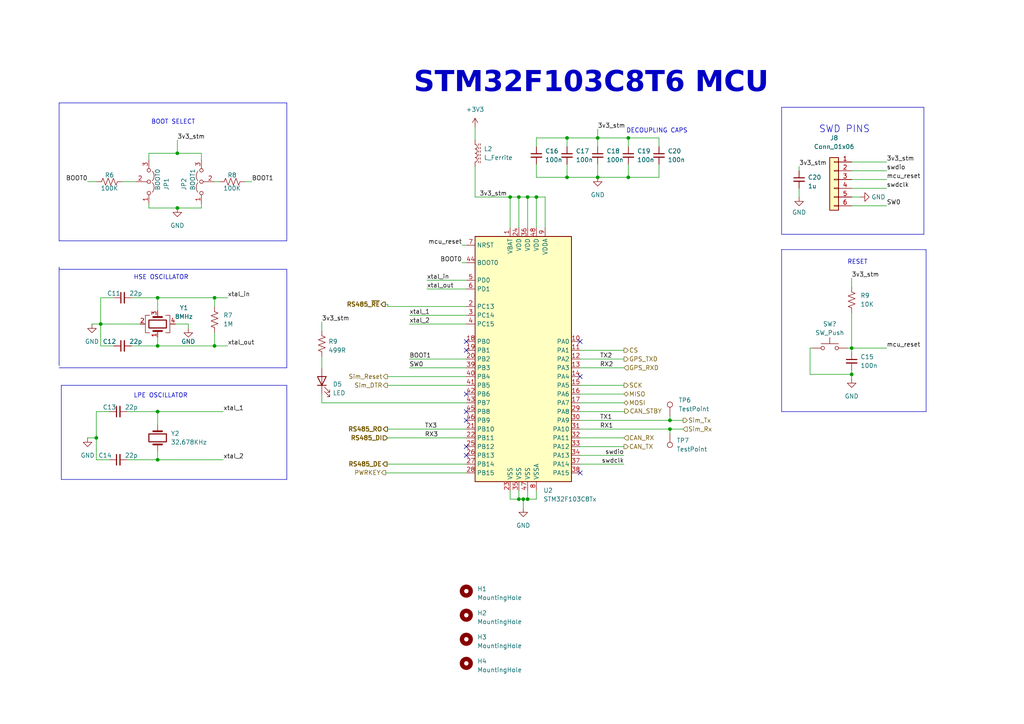
<source format=kicad_sch>
(kicad_sch (version 20230121) (generator eeschema)
  (paper "A4")
  (lib_symbols
    (symbol "Connector:TestPoint" (pin_numbers hide) (pin_names (offset 0.762) hide)
      (property "Reference" "TP" (at 0 6.858 0))
      (property "Value" "TestPoint" (at 0 5.08 0))
      (symbol "TestPoint_0_1"
        (circle (center 0 3.302) (radius 0.762))
      )
      (symbol "TestPoint_1_1"
        (pin passive line (at 0 0 90) (length 2.54) (name "1") (number "1"))
      )
    )
    (symbol "Connector_Generic:Conn_01x06" (pin_names (offset 1.016) hide)
      (property "Reference" "J" (at 0 7.62 0))
      (property "Value" "Conn_01x06" (at 0 -10.16 0))
      (symbol "Conn_01x06_1_1"
        (rectangle (start -1.27 -7.493) (end 0 -7.747) (stroke (width 0.1524)))
        (rectangle (start -1.27 -4.953) (end 0 -5.207) (stroke (width 0.1524)))
        (rectangle (start -1.27 -2.413) (end 0 -2.667) (stroke (width 0.1524)))
        (rectangle (start -1.27 0.127) (end 0 -0.127) (stroke (width 0.1524)))
        (rectangle (start -1.27 2.667) (end 0 2.413) (stroke (width 0.1524)))
        (rectangle (start -1.27 5.207) (end 0 4.953) (stroke (width 0.1524)))
        (rectangle (start -1.27 6.35) (end 1.27 -8.89) (stroke (width 0.254)) (fill (type background)))
        (pin passive line (at -5.08 5.08 0) (length 3.81) (name "Pin_1") (number "1"))
        (pin passive line (at -5.08 2.54 0) (length 3.81) (name "Pin_2") (number "2"))
        (pin passive line (at -5.08 0 0) (length 3.81) (name "Pin_3") (number "3"))
        (pin passive line (at -5.08 -2.54 0) (length 3.81) (name "Pin_4") (number "4"))
        (pin passive line (at -5.08 -5.08 0) (length 3.81) (name "Pin_5") (number "5"))
        (pin passive line (at -5.08 -7.62 0) (length 3.81) (name "Pin_6") (number "6"))
      )
    )
    (symbol "Device:C_Small" (pin_numbers hide) (pin_names (offset 0.254) hide)
      (property "Reference" "C" (at 0.254 1.778 0))
      (property "Value" "C_Small" (at 0.254 -2.032 0))
      (symbol "C_Small_0_1"
        (polyline (pts (xy -1.524 -0.508) (xy 1.524 -0.508)) (stroke (width 0.3302)))
        (polyline (pts (xy -1.524 0.508) (xy 1.524 0.508)) (stroke (width 0.3048)))
      )
      (symbol "C_Small_1_1"
        (pin passive line (at 0 2.54 270) (length 2.032) (name "~") (number "1"))
        (pin passive line (at 0 -2.54 90) (length 2.032) (name "~") (number "2"))
      )
    )
    (symbol "Device:Crystal" (pin_numbers hide) (pin_names (offset 1.016) hide)
      (property "Reference" "Y" (at 0 3.81 0))
      (property "Value" "Crystal" (at 0 -3.81 0))
      (symbol "Crystal_0_1"
        (rectangle (start -1.143 2.54) (end 1.143 -2.54) (stroke (width 0.3048)))
        (polyline (pts (xy -2.54 0) (xy -1.905 0)))
        (polyline (pts (xy -1.905 -1.27) (xy -1.905 1.27)) (stroke (width 0.508)))
        (polyline (pts (xy 1.905 -1.27) (xy 1.905 1.27)) (stroke (width 0.508)))
        (polyline (pts (xy 2.54 0) (xy 1.905 0)))
      )
      (symbol "Crystal_1_1"
        (pin passive line (at -3.81 0 0) (length 1.27) (name "1") (number "1"))
        (pin passive line (at 3.81 0 180) (length 1.27) (name "2") (number "2"))
      )
    )
    (symbol "Device:Crystal_GND24" (pin_names (offset 1.016) hide)
      (property "Reference" "Y" (at 3.175 5.08 0))
      (property "Value" "Crystal_GND24" (at 3.175 3.175 0))
      (symbol "Crystal_GND24_0_1"
        (rectangle (start -1.143 2.54) (end 1.143 -2.54) (stroke (width 0.3048)))
        (polyline (pts (xy -2.54 0) (xy -2.032 0)))
        (polyline (pts (xy -2.032 -1.27) (xy -2.032 1.27)) (stroke (width 0.508)))
        (polyline (pts (xy 0 -3.81) (xy 0 -3.556)))
        (polyline (pts (xy 0 3.556) (xy 0 3.81)))
        (polyline (pts (xy 2.032 -1.27) (xy 2.032 1.27)) (stroke (width 0.508)))
        (polyline (pts (xy 2.032 0) (xy 2.54 0)))
        (polyline (pts (xy -2.54 -2.286) (xy -2.54 -3.556) (xy 2.54 -3.556) (xy 2.54 -2.286)))
        (polyline (pts (xy -2.54 2.286) (xy -2.54 3.556) (xy 2.54 3.556) (xy 2.54 2.286)))
      )
      (symbol "Crystal_GND24_1_1"
        (pin passive line (at -3.81 0 0) (length 1.27) (name "1") (number "1"))
        (pin passive line (at 0 5.08 270) (length 1.27) (name "2") (number "2"))
        (pin passive line (at 3.81 0 180) (length 1.27) (name "3") (number "3"))
        (pin passive line (at 0 -5.08 90) (length 1.27) (name "4") (number "4"))
      )
    )
    (symbol "Device:LED" (pin_numbers hide) (pin_names (offset 1.016) hide)
      (property "Reference" "D" (at 0 2.54 0))
      (property "Value" "LED" (at 0 -2.54 0))
      (symbol "LED_0_1"
        (polyline (pts (xy -1.27 -1.27) (xy -1.27 1.27)) (stroke (width 0.254)))
        (polyline (pts (xy -1.27 0) (xy 1.27 0)))
        (polyline (pts (xy 1.27 -1.27) (xy 1.27 1.27) (xy -1.27 0) (xy 1.27 -1.27)) (stroke (width 0.254)))
        (polyline (pts (xy -3.048 -0.762) (xy -4.572 -2.286) (xy -3.81 -2.286) (xy -4.572 -2.286) (xy -4.572 -1.524)))
        (polyline (pts (xy -1.778 -0.762) (xy -3.302 -2.286) (xy -2.54 -2.286) (xy -3.302 -2.286) (xy -3.302 -1.524)))
      )
      (symbol "LED_1_1"
        (pin passive line (at -3.81 0 0) (length 2.54) (name "K") (number "1"))
        (pin passive line (at 3.81 0 180) (length 2.54) (name "A") (number "2"))
      )
    )
    (symbol "Device:L_Ferrite" (pin_numbers hide) (pin_names (offset 1.016) hide)
      (property "Reference" "L" (at -1.27 0 90))
      (property "Value" "L_Ferrite" (at 2.794 0 90))
      (symbol "L_Ferrite_0_1"
        (arc (start 0 -2.54) (mid 0.6323 -1.905) (end 0 -1.27))
        (arc (start 0 -1.27) (mid 0.6323 -0.635) (end 0 0))
        (polyline (pts (xy 1.016 -2.794) (xy 1.016 -2.286)))
        (polyline (pts (xy 1.016 -1.778) (xy 1.016 -1.27)))
        (polyline (pts (xy 1.016 -0.762) (xy 1.016 -0.254)))
        (polyline (pts (xy 1.016 0.254) (xy 1.016 0.762)))
        (polyline (pts (xy 1.016 1.27) (xy 1.016 1.778)))
        (polyline (pts (xy 1.016 2.286) (xy 1.016 2.794)))
        (polyline (pts (xy 1.524 -2.286) (xy 1.524 -2.794)))
        (polyline (pts (xy 1.524 -1.27) (xy 1.524 -1.778)))
        (polyline (pts (xy 1.524 -0.254) (xy 1.524 -0.762)))
        (polyline (pts (xy 1.524 0.762) (xy 1.524 0.254)))
        (polyline (pts (xy 1.524 1.778) (xy 1.524 1.27)))
        (polyline (pts (xy 1.524 2.794) (xy 1.524 2.286)))
        (arc (start 0 0) (mid 0.6323 0.635) (end 0 1.27))
        (arc (start 0 1.27) (mid 0.6323 1.905) (end 0 2.54))
      )
      (symbol "L_Ferrite_1_1"
        (pin passive line (at 0 3.81 270) (length 1.27) (name "1") (number "1"))
        (pin passive line (at 0 -3.81 90) (length 1.27) (name "2") (number "2"))
      )
    )
    (symbol "Device:R_US" (pin_numbers hide) (pin_names (offset 0))
      (property "Reference" "R" (at 2.54 0 90))
      (property "Value" "R_US" (at -2.54 0 90))
      (symbol "R_US_0_1"
        (polyline (pts (xy 0 -2.286) (xy 0 -2.54)))
        (polyline (pts (xy 0 2.286) (xy 0 2.54)))
        (polyline (pts (xy 0 -0.762) (xy 1.016 -1.143) (xy 0 -1.524) (xy -1.016 -1.905) (xy 0 -2.286)))
        (polyline (pts (xy 0 0.762) (xy 1.016 0.381) (xy 0 0) (xy -1.016 -0.381) (xy 0 -0.762)))
        (polyline (pts (xy 0 2.286) (xy 1.016 1.905) (xy 0 1.524) (xy -1.016 1.143) (xy 0 0.762)))
      )
      (symbol "R_US_1_1"
        (pin passive line (at 0 3.81 270) (length 1.27) (name "~") (number "1"))
        (pin passive line (at 0 -3.81 90) (length 1.27) (name "~") (number "2"))
      )
    )
    (symbol "Jumper:Jumper_3_Open" (pin_names (offset 0) hide)
      (property "Reference" "JP" (at -2.54 -2.54 0))
      (property "Value" "Jumper_3_Open" (at 0 2.794 0))
      (symbol "Jumper_3_Open_0_0"
        (circle (center -3.302 0) (radius 0.508))
        (circle (center 0 0) (radius 0.508))
        (circle (center 3.302 0) (radius 0.508))
      )
      (symbol "Jumper_3_Open_0_1"
        (arc (start -0.254 1.016) (mid -1.651 1.4992) (end -3.048 1.016))
        (polyline (pts (xy 0 -0.508) (xy 0 -1.27)))
        (arc (start 3.048 1.016) (mid 1.651 1.4992) (end 0.254 1.016))
      )
      (symbol "Jumper_3_Open_1_1"
        (pin passive line (at -6.35 0 0) (length 2.54) (name "A") (number "1"))
        (pin passive line (at 0 -3.81 90) (length 2.54) (name "C") (number "2"))
        (pin passive line (at 6.35 0 180) (length 2.54) (name "B") (number "3"))
      )
    )
    (symbol "MCU_ST_STM32F1:STM32F103C8Tx"
      (property "Reference" "U" (at -15.24 36.83 0))
      (property "Value" "STM32F103C8Tx" (at 7.62 36.83 0))
      (symbol "STM32F103C8Tx_0_1"
        (rectangle (start -15.24 -35.56) (end 12.7 35.56) (stroke (width 0.254)) (fill (type background)))
      )
      (symbol "STM32F103C8Tx_1_1"
        (pin power_in line (at -5.08 38.1 270) (length 2.54) (name "VBAT") (number "1"))
        (pin bidirectional line (at 15.24 5.08 180) (length 2.54) (name "PA0") (number "10"))
        (pin bidirectional line (at 15.24 2.54 180) (length 2.54) (name "PA1") (number "11"))
        (pin bidirectional line (at 15.24 0 180) (length 2.54) (name "PA2") (number "12"))
        (pin bidirectional line (at 15.24 -2.54 180) (length 2.54) (name "PA3") (number "13"))
        (pin bidirectional line (at 15.24 -5.08 180) (length 2.54) (name "PA4") (number "14"))
        (pin bidirectional line (at 15.24 -7.62 180) (length 2.54) (name "PA5") (number "15"))
        (pin bidirectional line (at 15.24 -10.16 180) (length 2.54) (name "PA6") (number "16"))
        (pin bidirectional line (at 15.24 -12.7 180) (length 2.54) (name "PA7") (number "17"))
        (pin bidirectional line (at -17.78 5.08 0) (length 2.54) (name "PB0") (number "18"))
        (pin bidirectional line (at -17.78 2.54 0) (length 2.54) (name "PB1") (number "19"))
        (pin bidirectional line (at -17.78 15.24 0) (length 2.54) (name "PC13") (number "2"))
        (pin bidirectional line (at -17.78 0 0) (length 2.54) (name "PB2") (number "20"))
        (pin bidirectional line (at -17.78 -20.32 0) (length 2.54) (name "PB10") (number "21"))
        (pin bidirectional line (at -17.78 -22.86 0) (length 2.54) (name "PB11") (number "22"))
        (pin power_in line (at -5.08 -38.1 90) (length 2.54) (name "VSS") (number "23"))
        (pin power_in line (at -2.54 38.1 270) (length 2.54) (name "VDD") (number "24"))
        (pin bidirectional line (at -17.78 -25.4 0) (length 2.54) (name "PB12") (number "25"))
        (pin bidirectional line (at -17.78 -27.94 0) (length 2.54) (name "PB13") (number "26"))
        (pin bidirectional line (at -17.78 -30.48 0) (length 2.54) (name "PB14") (number "27"))
        (pin bidirectional line (at -17.78 -33.02 0) (length 2.54) (name "PB15") (number "28"))
        (pin bidirectional line (at 15.24 -15.24 180) (length 2.54) (name "PA8") (number "29"))
        (pin bidirectional line (at -17.78 12.7 0) (length 2.54) (name "PC14") (number "3"))
        (pin bidirectional line (at 15.24 -17.78 180) (length 2.54) (name "PA9") (number "30"))
        (pin bidirectional line (at 15.24 -20.32 180) (length 2.54) (name "PA10") (number "31"))
        (pin bidirectional line (at 15.24 -22.86 180) (length 2.54) (name "PA11") (number "32"))
        (pin bidirectional line (at 15.24 -25.4 180) (length 2.54) (name "PA12") (number "33"))
        (pin bidirectional line (at 15.24 -27.94 180) (length 2.54) (name "PA13") (number "34"))
        (pin power_in line (at -2.54 -38.1 90) (length 2.54) (name "VSS") (number "35"))
        (pin power_in line (at 0 38.1 270) (length 2.54) (name "VDD") (number "36"))
        (pin bidirectional line (at 15.24 -30.48 180) (length 2.54) (name "PA14") (number "37"))
        (pin bidirectional line (at 15.24 -33.02 180) (length 2.54) (name "PA15") (number "38"))
        (pin bidirectional line (at -17.78 -2.54 0) (length 2.54) (name "PB3") (number "39"))
        (pin bidirectional line (at -17.78 10.16 0) (length 2.54) (name "PC15") (number "4"))
        (pin bidirectional line (at -17.78 -5.08 0) (length 2.54) (name "PB4") (number "40"))
        (pin bidirectional line (at -17.78 -7.62 0) (length 2.54) (name "PB5") (number "41"))
        (pin bidirectional line (at -17.78 -10.16 0) (length 2.54) (name "PB6") (number "42"))
        (pin bidirectional line (at -17.78 -12.7 0) (length 2.54) (name "PB7") (number "43"))
        (pin input line (at -17.78 27.94 0) (length 2.54) (name "BOOT0") (number "44"))
        (pin bidirectional line (at -17.78 -15.24 0) (length 2.54) (name "PB8") (number "45"))
        (pin bidirectional line (at -17.78 -17.78 0) (length 2.54) (name "PB9") (number "46"))
        (pin power_in line (at 0 -38.1 90) (length 2.54) (name "VSS") (number "47"))
        (pin power_in line (at 2.54 38.1 270) (length 2.54) (name "VDD") (number "48"))
        (pin input line (at -17.78 22.86 0) (length 2.54) (name "PD0") (number "5"))
        (pin input line (at -17.78 20.32 0) (length 2.54) (name "PD1") (number "6"))
        (pin input line (at -17.78 33.02 0) (length 2.54) (name "NRST") (number "7"))
        (pin power_in line (at 2.54 -38.1 90) (length 2.54) (name "VSSA") (number "8"))
        (pin power_in line (at 5.08 38.1 270) (length 2.54) (name "VDDA") (number "9"))
      )
    )
    (symbol "Mechanical:MountingHole" (pin_names (offset 1.016))
      (property "Reference" "H" (at 0 5.08 0))
      (property "Value" "MountingHole" (at 0 3.175 0))
      (symbol "MountingHole_0_1"
        (circle (center 0 0) (radius 1.27) (stroke (width 1.27)))
      )
    )
    (symbol "Switch:SW_Push" (pin_numbers hide) (pin_names (offset 1.016) hide)
      (property "Reference" "SW" (at 1.27 2.54 0))
      (property "Value" "SW_Push" (at 0 -1.524 0))
      (symbol "SW_Push_0_1"
        (circle (center -2.032 0) (radius 0.508))
        (polyline (pts (xy 0 1.27) (xy 0 3.048)))
        (polyline (pts (xy 2.54 1.27) (xy -2.54 1.27)))
        (circle (center 2.032 0) (radius 0.508))
        (pin passive line (at -5.08 0 0) (length 2.54) (name "1") (number "1"))
        (pin passive line (at 5.08 0 180) (length 2.54) (name "2") (number "2"))
      )
    )
    (symbol "power:+3V3" (power) (pin_names (offset 0))
      (property "Value" "+3V3" (at 0 3.556 0))
      (symbol "+3V3_0_1"
        (polyline (pts (xy -0.762 1.27) (xy 0 2.54)))
        (polyline (pts (xy 0 0) (xy 0 2.54)))
        (polyline (pts (xy 0 2.54) (xy 0.762 1.27)))
      )
      (symbol "+3V3_1_1"
        (pin power_in line (at 0 0 90) (length 0) hide (name "+3V3") (number "1"))
      )
    )
    (symbol "power:GND" (power) (pin_names (offset 0))
      (property "Value" "GND" (at 0 -3.81 0))
      (symbol "GND_0_1"
        (polyline (pts (xy 0 0) (xy 0 -1.27) (xy 1.27 -1.27) (xy 0 -2.54) (xy -1.27 -1.27) (xy 0 -1.27)))
      )
      (symbol "GND_1_1"
        (pin power_in line (at 0 0 270) (length 0) hide (name "GND") (number "1"))
      )
    )
  )
  (junction (at 45.72 133.35))
  (junction (at 51.435 60.325))
  (junction (at 182.245 40.005))
  (junction (at 194.31 121.92))
  (junction (at 29.21 93.98))
  (junction (at 62.23 100.33))
  (junction (at 182.245 51.435))
  (junction (at 164.465 40.005))
  (junction (at 194.31 124.46))
  (junction (at 150.495 57.15))
  (junction (at 151.765 144.78))
  (junction (at 45.72 86.36))
  (junction (at 147.955 57.15))
  (junction (at 164.465 51.435))
  (junction (at 150.495 144.78))
  (junction (at 27.94 127))
  (junction (at 62.23 86.36))
  (junction (at 153.035 144.78))
  (junction (at 51.435 44.45))
  (junction (at 155.575 57.15))
  (junction (at 247.015 108.585))
  (junction (at 45.72 100.33))
  (junction (at 153.035 57.15))
  (junction (at 247.015 100.965))
  (junction (at 173.355 51.435))
  (junction (at 45.72 119.38))
  (junction (at 173.355 40.005))
  (no_connect (at 168.275 137.16))
  (no_connect (at 135.255 99.06))
  (no_connect (at 135.255 121.92))
  (no_connect (at 135.255 119.38))
  (no_connect (at 135.255 114.3))
  (no_connect (at 135.255 129.54))
  (no_connect (at 135.255 132.08))
  (no_connect (at 135.255 101.6))
  (no_connect (at 168.275 99.06))
  (no_connect (at 168.275 109.22))
  (wire (pts (xy 133.985 71.12) (xy 135.255 71.12)))
  (wire (pts (xy 182.245 40.005) (xy 182.245 42.545)))
  (wire (pts (xy 168.275 121.92) (xy 194.31 121.92)))
  (wire (pts (xy 153.035 57.15) (xy 153.035 66.04)))
  (wire (pts (xy 164.465 51.435) (xy 173.355 51.435)))
  (wire (pts (xy 58.42 60.325) (xy 58.42 59.055)))
  (polyline (pts (xy 17.145 29.845) (xy 17.145 69.85)))
  (wire (pts (xy 234.95 100.965) (xy 235.585 100.965)))
  (wire (pts (xy 155.575 40.005) (xy 155.575 42.545)))
  (wire (pts (xy 168.275 129.54) (xy 180.975 129.54)))
  (wire (pts (xy 164.465 47.625) (xy 164.465 51.435)))
  (wire (pts (xy 182.245 47.625) (xy 182.245 51.435)))
  (wire (pts (xy 25.4 52.705) (xy 27.94 52.705)))
  (polyline (pts (xy 267.97 31.115) (xy 267.97 67.945)))
  (wire (pts (xy 43.18 44.45) (xy 43.18 46.355)))
  (wire (pts (xy 112.4826 88.9) (xy 135.255 88.9)))
  (wire (pts (xy 112.395 124.46) (xy 135.255 124.46)))
  (polyline (pts (xy 267.97 67.945) (xy 226.695 67.945)))
  (wire (pts (xy 123.825 81.28) (xy 135.255 81.28)))
  (wire (pts (xy 93.345 93.345) (xy 93.345 95.885)))
  (polyline (pts (xy 17.145 77.47) (xy 17.145 106.045)))
  (wire (pts (xy 29.21 93.98) (xy 40.64 93.98)))
  (polyline (pts (xy 83.185 106.68) (xy 17.145 106.68)))
  (wire (pts (xy 35.56 52.705) (xy 39.37 52.705)))
  (wire (pts (xy 151.765 144.78) (xy 151.765 147.32)))
  (wire (pts (xy 112.395 111.76) (xy 135.255 111.76)))
  (wire (pts (xy 43.18 60.325) (xy 51.435 60.325)))
  (polyline (pts (xy 83.185 111.76) (xy 83.185 139.065)))
  (wire (pts (xy 45.72 119.38) (xy 64.77 119.38)))
  (wire (pts (xy 245.745 100.965) (xy 247.015 100.965)))
  (wire (pts (xy 181.146 119.2382) (xy 181.146 119.38)))
  (wire (pts (xy 43.18 44.45) (xy 51.435 44.45)))
  (polyline (pts (xy 226.695 31.115) (xy 226.695 67.945)))
  (wire (pts (xy 168.275 116.84) (xy 180.975 116.84)))
  (wire (pts (xy 155.575 57.15) (xy 158.115 57.15)))
  (wire (pts (xy 168.275 101.6) (xy 180.975 101.6)))
  (wire (pts (xy 112.4826 88.265) (xy 112.4826 88.9)))
  (wire (pts (xy 45.72 100.33) (xy 62.23 100.33)))
  (wire (pts (xy 168.275 132.08) (xy 180.975 132.08)))
  (wire (pts (xy 62.23 86.36) (xy 62.23 88.9)))
  (wire (pts (xy 147.955 57.15) (xy 147.955 66.04)))
  (wire (pts (xy 168.275 111.76) (xy 180.975 111.76)))
  (wire (pts (xy 150.495 144.78) (xy 151.765 144.78)))
  (wire (pts (xy 45.72 130.81) (xy 45.72 133.35)))
  (polyline (pts (xy 83.185 139.065) (xy 17.78 139.065)))
  (wire (pts (xy 137.795 36.83) (xy 137.795 40.64)))
  (wire (pts (xy 247.015 108.585) (xy 247.015 109.855)))
  (wire (pts (xy 155.575 142.24) (xy 155.575 144.78)))
  (wire (pts (xy 231.775 48.26) (xy 231.775 49.53)))
  (wire (pts (xy 164.465 40.005) (xy 155.575 40.005)))
  (wire (pts (xy 111.9019 137.0808) (xy 111.9019 137.16)))
  (wire (pts (xy 155.575 57.15) (xy 155.575 66.04)))
  (polyline (pts (xy 83.185 29.845) (xy 83.185 69.85)))
  (wire (pts (xy 93.345 103.505) (xy 93.345 106.68)))
  (wire (pts (xy 247.015 59.69) (xy 257.175 59.69)))
  (wire (pts (xy 111.9019 137.16) (xy 135.255 137.16)))
  (wire (pts (xy 147.955 142.24) (xy 147.955 144.78)))
  (wire (pts (xy 118.745 106.68) (xy 135.255 106.68)))
  (wire (pts (xy 36.83 119.38) (xy 45.72 119.38)))
  (wire (pts (xy 173.355 40.005) (xy 173.355 42.545)))
  (wire (pts (xy 247.015 46.99) (xy 257.175 46.99)))
  (wire (pts (xy 118.745 93.98) (xy 135.255 93.98)))
  (wire (pts (xy 168.275 127) (xy 180.975 127)))
  (wire (pts (xy 191.135 51.435) (xy 191.135 47.625)))
  (wire (pts (xy 51.435 40.64) (xy 51.435 44.45)))
  (wire (pts (xy 62.23 96.52) (xy 62.23 100.33)))
  (wire (pts (xy 194.31 125.73) (xy 194.31 124.46)))
  (wire (pts (xy 50.8 93.98) (xy 54.61 93.98)))
  (wire (pts (xy 150.495 142.24) (xy 150.495 144.78)))
  (wire (pts (xy 247.015 107.315) (xy 247.015 108.585)))
  (wire (pts (xy 45.72 90.17) (xy 45.72 86.36)))
  (wire (pts (xy 137.795 57.15) (xy 147.955 57.15)))
  (wire (pts (xy 173.355 47.625) (xy 173.355 51.435)))
  (wire (pts (xy 118.745 104.14) (xy 135.255 104.14)))
  (wire (pts (xy 153.035 57.15) (xy 155.575 57.15)))
  (polyline (pts (xy 17.145 78.105) (xy 83.185 78.105)))
  (wire (pts (xy 247.015 90.805) (xy 247.015 100.965)))
  (wire (pts (xy 168.275 104.14) (xy 180.975 104.14)))
  (wire (pts (xy 31.75 119.38) (xy 27.94 119.38)))
  (wire (pts (xy 247.015 100.965) (xy 257.175 100.965)))
  (wire (pts (xy 173.355 51.435) (xy 182.245 51.435)))
  (wire (pts (xy 112.2732 134.62) (xy 135.255 134.62)))
  (wire (pts (xy 43.18 59.055) (xy 43.18 60.325)))
  (wire (pts (xy 62.23 52.705) (xy 63.5 52.705)))
  (wire (pts (xy 247.015 49.53) (xy 257.175 49.53)))
  (wire (pts (xy 234.95 100.965) (xy 234.95 108.585)))
  (wire (pts (xy 168.275 134.62) (xy 180.975 134.62)))
  (wire (pts (xy 173.355 40.005) (xy 164.465 40.005)))
  (wire (pts (xy 27.94 133.35) (xy 31.75 133.35)))
  (wire (pts (xy 150.495 57.15) (xy 153.035 57.15)))
  (polyline (pts (xy 268.605 119.38) (xy 226.695 119.38)))
  (wire (pts (xy 25.4 127) (xy 27.94 127)))
  (wire (pts (xy 45.72 100.33) (xy 45.72 97.79)))
  (wire (pts (xy 26.67 93.98) (xy 29.21 93.98)))
  (wire (pts (xy 182.245 51.435) (xy 191.135 51.435)))
  (wire (pts (xy 133.985 76.2) (xy 135.255 76.2)))
  (wire (pts (xy 147.955 144.78) (xy 150.495 144.78)))
  (wire (pts (xy 29.21 100.33) (xy 33.02 100.33)))
  (wire (pts (xy 155.575 47.625) (xy 155.575 51.435)))
  (polyline (pts (xy 17.145 29.845) (xy 83.185 29.845)))
  (wire (pts (xy 234.95 108.585) (xy 247.015 108.585)))
  (wire (pts (xy 62.23 86.36) (xy 66.04 86.36)))
  (wire (pts (xy 168.275 106.68) (xy 180.975 106.68)))
  (wire (pts (xy 112.4826 88.265) (xy 111.76 88.265)))
  (wire (pts (xy 181.146 119.38) (xy 168.275 119.38)))
  (wire (pts (xy 112.395 109.22) (xy 135.255 109.22)))
  (wire (pts (xy 247.015 57.15) (xy 249.555 57.15)))
  (wire (pts (xy 51.435 60.325) (xy 58.42 60.325)))
  (wire (pts (xy 118.745 91.44) (xy 135.255 91.44)))
  (wire (pts (xy 168.275 124.46) (xy 194.31 124.46)))
  (wire (pts (xy 173.355 37.465) (xy 173.355 40.005)))
  (wire (pts (xy 147.955 57.15) (xy 150.495 57.15)))
  (wire (pts (xy 45.72 119.38) (xy 45.72 123.19)))
  (wire (pts (xy 29.21 93.98) (xy 29.21 100.33)))
  (wire (pts (xy 158.115 57.15) (xy 158.115 66.04)))
  (polyline (pts (xy 226.695 72.39) (xy 268.605 72.39)))
  (wire (pts (xy 27.94 127) (xy 27.94 133.35)))
  (wire (pts (xy 29.21 86.36) (xy 29.21 93.98)))
  (wire (pts (xy 54.61 93.98) (xy 54.61 95.25)))
  (wire (pts (xy 153.035 142.24) (xy 153.035 144.78)))
  (wire (pts (xy 45.72 86.36) (xy 62.23 86.36)))
  (wire (pts (xy 137.795 48.26) (xy 137.795 57.15)))
  (wire (pts (xy 36.83 133.35) (xy 45.72 133.35)))
  (wire (pts (xy 112.2732 134.5907) (xy 112.2732 134.62)))
  (polyline (pts (xy 83.185 78.105) (xy 83.185 106.68)))
  (wire (pts (xy 191.135 40.005) (xy 182.245 40.005)))
  (wire (pts (xy 112.395 127) (xy 135.255 127)))
  (wire (pts (xy 231.775 54.61) (xy 231.775 57.15)))
  (wire (pts (xy 247.015 54.61) (xy 257.175 54.61)))
  (wire (pts (xy 123.825 83.82) (xy 135.255 83.82)))
  (wire (pts (xy 182.245 40.005) (xy 173.355 40.005)))
  (wire (pts (xy 45.72 133.35) (xy 64.77 133.35)))
  (wire (pts (xy 164.465 40.005) (xy 164.465 42.545)))
  (polyline (pts (xy 268.605 72.39) (xy 268.605 119.38)))
  (wire (pts (xy 38.1 100.33) (xy 45.72 100.33)))
  (wire (pts (xy 168.275 114.3) (xy 180.975 114.3)))
  (wire (pts (xy 27.94 119.38) (xy 27.94 127)))
  (wire (pts (xy 58.42 46.355) (xy 58.42 44.45)))
  (wire (pts (xy 33.02 86.36) (xy 29.21 86.36)))
  (wire (pts (xy 191.135 42.545) (xy 191.135 40.005)))
  (polyline (pts (xy 83.185 69.85) (xy 17.145 69.85)))
  (wire (pts (xy 153.035 144.78) (xy 155.575 144.78)))
  (wire (pts (xy 150.495 57.15) (xy 150.495 66.04)))
  (wire (pts (xy 247.015 100.965) (xy 247.015 102.235)))
  (wire (pts (xy 155.575 51.435) (xy 164.465 51.435)))
  (wire (pts (xy 194.31 124.46) (xy 198.12 124.46)))
  (wire (pts (xy 247.015 80.645) (xy 247.015 83.185)))
  (wire (pts (xy 62.23 100.33) (xy 66.04 100.33)))
  (wire (pts (xy 71.12 52.705) (xy 73.025 52.705)))
  (polyline (pts (xy 17.78 111.76) (xy 83.185 111.76)))
  (wire (pts (xy 93.345 114.3) (xy 93.345 116.84)))
  (polyline (pts (xy 226.695 31.115) (xy 267.97 31.115)))
  (wire (pts (xy 247.015 52.07) (xy 257.175 52.07)))
  (wire (pts (xy 151.765 144.78) (xy 153.035 144.78)))
  (wire (pts (xy 194.31 120.65) (xy 194.31 121.92)))
  (polyline (pts (xy 226.695 72.39) (xy 226.695 119.38)))
  (polyline (pts (xy 17.78 111.76) (xy 17.78 139.065)))
  (wire (pts (xy 194.31 121.92) (xy 198.12 121.92)))
  (wire (pts (xy 135.255 116.84) (xy 93.345 116.84)))
  (wire (pts (xy 38.1 86.36) (xy 45.72 86.36)))
  (wire (pts (xy 51.435 44.45) (xy 58.42 44.45)))
  (text "RESET" (at 245.745 76.835 0) (effects (font (size 1.27 1.27)) (justify left bottom)))
  (text "DECOUPLING CAPS" (at 181.61 38.735 0) (effects (font (size 1.27 1.27)) (justify left bottom)))
  (text "SWD PINS" (at 237.49 38.735 0) (effects (font (size 2 2)) (justify left bottom)))
  (text "LPE OSCILLATOR" (at 38.735 115.57 0) (effects (font (size 1.27 1.27)) (justify left bottom)))
  (text "STM32F103C8T6 MCU" (at 120.015 29.21 0) (effects (font (size 6 6) bold) (justify left bottom)))
  (text "HSE OSCILLATOR" (at 38.735 81.28 0) (effects (font (size 1.27 1.27)) (justify left bottom)))
  (text "BOOT SELECT" (at 43.815 36.195 0) (effects (font (size 1.27 1.27)) (justify left bottom)))
  (label "xtal_2" (at 118.745 93.98 0))
  (label "BOOT1" (at 73.025 52.705 0))
  (label "SW0" (at 118.745 106.68 0))
  (label "3v3_stm" (at 93.345 93.345 0))
  (label "xtal_in" (at 66.04 86.36 0))
  (label "TX1" (at 173.99 121.92 0))
  (label "xtal_1" (at 64.77 119.38 0))
  (label "3v3_stm" (at 257.175 46.99 0))
  (label "BOOT0" (at 133.985 76.2 180))
  (label "swdio" (at 257.175 49.53 0))
  (label "xtal_out" (at 66.04 100.33 0))
  (label "xtal_1" (at 118.745 91.44 0))
  (label "3v3_stm" (at 247.015 80.645 0))
  (label "mcu_reset" (at 257.175 52.07 0))
  (label "BOOT1" (at 118.745 104.14 0))
  (label "swdio" (at 180.975 132.08 180))
  (label "xtal_2" (at 64.77 133.35 0))
  (label "3v3_stm" (at 51.435 40.64 0))
  (label "RX2" (at 173.99 106.68 0))
  (label "swdclk" (at 180.975 134.62 180))
  (label "RX1" (at 173.99 124.46 0))
  (label "xtal_in" (at 123.825 81.28 0))
  (label "3v3_stm" (at 173.355 37.465 0))
  (label "TX2" (at 173.99 104.14 0))
  (label "RX3" (at 123.19 127 0))
  (label "xtal_out" (at 123.825 83.82 0))
  (label "3v3_stm" (at 231.775 48.26 0))
  (label "BOOT0" (at 25.4 52.705 180))
  (label "3v3_stm" (at 139.065 57.15 0))
  (label "TX3" (at 123.19 124.46 0))
  (label "mcu_reset" (at 133.985 71.12 180))
  (label "SW0" (at 257.175 59.69 0))
  (label "mcu_reset" (at 257.175 100.965 0))
  (label "swdclk" (at 257.175 54.61 0))
  (hierarchical_label "CS" (shape output) (at 180.975 101.6 0))
  (hierarchical_label "CAN_STBY" (shape output) (at 181.146 119.2382 0))
  (hierarchical_label "GPS_TXD" (shape output) (at 180.975 104.14 0))
  (hierarchical_label "RS485_~{RE}" (shape output) (at 111.76 88.265 180) (effects (font bold)))
  (hierarchical_label "MISO" (shape bidirectional) (at 180.975 114.3 0))
  (hierarchical_label "CAN_TX" (shape output) (at 180.975 129.54 0))
  (hierarchical_label "MOSI" (shape bidirectional) (at 180.975 116.84 0))
  (hierarchical_label "Sim_Reset" (shape output) (at 112.395 109.22 180))
  (hierarchical_label "Sim_Rx" (shape input) (at 198.12 124.46 0))
  (hierarchical_label "RS485_RO" (shape output) (at 112.395 124.46 180) (effects (font bold)))
  (hierarchical_label "CAN_RX" (shape input) (at 180.975 127 0))
  (hierarchical_label "PWRKEY" (shape output) (at 111.9019 137.0808 180))
  (hierarchical_label "GPS_RXD" (shape input) (at 180.975 106.68 0))
  (hierarchical_label "RS485_DE" (shape output) (at 112.2732 134.5907 180) (effects (font bold)))
  (hierarchical_label "RS485_DI" (shape input) (at 112.395 127 180) (effects (font bold)))
  (hierarchical_label "SCK" (shape output) (at 180.975 111.76 0))
  (hierarchical_label "Sim_DTR" (shape output) (at 112.395 111.76 180))
  (hierarchical_label "Sim_Tx" (shape output) (at 198.12 121.92 0))
  (symbol (lib_id "power:GND") (at 25.4 127 0) (unit 1)
    (property "Reference" "#PWR017" (effects hide))
    (property "Value" "GND" (at 25.4 132.08 0))
    (instances (project "ALERT_RIDER_HARDWARE" (path "" (reference "#PWR017") (unit 1))) (project "GSM_module_v3" (path "" (reference "#PWR015") (unit 1))) (project "BIM_PCB" (path "" (reference "#PWR018") (unit 1))))
  )
  (symbol (lib_id "power:GND") (at 247.015 109.855 0) (unit 1)
    (property "Reference" "#PWR021" (effects hide))
    (property "Value" "GND" (at 247.015 114.935 0))
    (instances (project "ALERT_RIDER_HARDWARE" (path "" (reference "#PWR021") (unit 1))) (project "GSM_module_v3" (path "" (reference "#PWR022") (unit 1))) (project "BIM_PCB" (path "" (reference "#PWR012") (unit 1))))
  )
  (symbol (lib_id "Device:C_Small") (at 173.355 45.085 0) (unit 1)
    (property "Reference" "C18" (at 175.895 43.8212 0) (effects (justify left)))
    (property "Value" "100n" (at 175.895 46.3612 0) (effects (justify left)))
    (property "Footprint" "Capacitor_SMD:C_0402_1005Metric" (effects hide))
    (instances (project "ALERT_RIDER_HARDWARE" (path "" (reference "C18") (unit 1))) (project "GSM_module_v3" (path "" (reference "C13") (unit 1))) (project "BIM_PCB" (path "" (reference "C3") (unit 1))))
  )
  (symbol (lib_id "Switch:SW_Push") (at 240.665 100.965 0) (unit 1)
    (property "Reference" "SW?" (at 240.665 93.98 0))
    (property "Value" "SW_Push" (at 240.665 96.52 0))
    (property "Footprint" "greencharge-footprints:SKRPACE010" (effects hide))
  )
  (symbol (lib_id "power:+3V3") (at 137.795 36.83 0) (unit 1)
    (property "Reference" "#PWR022" (effects hide))
    (property "Value" "+3V3" (at 137.795 31.75 0))
    (instances (project "ALERT_RIDER_HARDWARE" (path "" (reference "#PWR022") (unit 1))) (project "GSM_module_v3" (path "" (reference "#PWR018") (unit 1))) (project "BIM_PCB" (path "" (reference "#PWR05") (unit 1))))
  )
  (symbol (lib_id "Device:R_US") (at 62.23 92.71 0) (unit 1)
    (property "Reference" "R7" (at 64.77 91.4399 0) (effects (justify left)))
    (property "Value" "1M" (at 64.77 93.9799 0) (effects (justify left)))
    (property "Footprint" "Resistor_SMD:R_0402_1005Metric" (effects hide))
    (instances (project "ALERT_RIDER_HARDWARE" (path "" (reference "R7") (unit 1))) (project "GSM_module_v3" (path "" (reference "R5") (unit 1))) (project "BIM_PCB" (path "" (reference "R7") (unit 1))))
  )
  (symbol (lib_id "Mechanical:MountingHole") (at 135.255 171.45 0) (unit 1)
    (property "Reference" "H1" (at 138.43 170.815 0) (effects (justify left)))
    (property "Value" "MountingHole" (at 138.43 173.355 0) (effects (justify left)))
    (property "Footprint" "MountingHole:MountingHole_2.7mm" (effects hide))
  )
  (symbol (lib_id "Device:Crystal_GND24") (at 45.72 93.98 90) (unit 1)
    (property "Reference" "Y1" (at 53.34 89.281 90))
    (property "Value" "8MHz" (at 53.34 91.821 90))
    (property "Footprint" "Crystal:Crystal_SMD_3225-4Pin_3.2x2.5mm" (effects hide))
  )
  (symbol (lib_id "Connector_Generic:Conn_01x06") (at 241.935 52.07 0) (mirror y) (unit 1)
    (property "Reference" "J8" (at 241.935 40.005 0))
    (property "Value" "Conn_01x06" (at 241.935 42.545 0))
    (property "Footprint" "greencharge-footprints:J-LINK_6-PIN_NEEDLE_ADAPTER" (effects hide))
    (instances (project "ALERT_RIDER_HARDWARE" (path "" (reference "J8") (unit 1))) (project "GSM_module_v3" (path "" (reference "J2") (unit 1))) (project "BIM_PCB" (path "" (reference "J3") (unit 1))))
  )
  (symbol (lib_id "power:GND") (at 54.61 95.25 0) (unit 1)
    (property "Reference" "#PWR019" (effects hide))
    (property "Value" "GND" (at 54.61 99.06 0))
    (instances (project "ALERT_RIDER_HARDWARE" (path "" (reference "#PWR019") (unit 1))) (project "GSM_module_v3" (path "" (reference "#PWR016") (unit 1))) (project "BIM_PCB" (path "" (reference "#PWR015") (unit 1))))
  )
  (symbol (lib_id "Device:LED") (at 93.345 110.49 90) (unit 1)
    (property "Reference" "D5" (at 96.52 111.4425 90) (effects (justify right)))
    (property "Value" "LED" (at 96.52 113.9825 90) (effects (justify right)))
    (property "Footprint" "LED_SMD:LED_0603_1608Metric" (effects hide))
    (instances (project "GSM_module_v3" (path "" (reference "D5") (unit 1))) (project "BIM_PCB" (path "" (reference "D2") (unit 1))))
  )
  (symbol (lib_id "power:GND") (at 151.765 147.32 0) (unit 1)
    (property "Reference" "#PWR023" (effects hide))
    (property "Value" "GND" (at 151.765 152.4 0))
    (instances (project "ALERT_RIDER_HARDWARE" (path "" (reference "#PWR023") (unit 1))) (project "GSM_module_v3" (path "" (reference "#PWR019") (unit 1))) (project "BIM_PCB" (path "" (reference "#PWR019") (unit 1))))
  )
  (symbol (lib_id "Device:Crystal") (at 45.72 127 90) (unit 1)
    (property "Reference" "Y2" (at 49.53 125.7299 90) (effects (justify right)))
    (property "Value" "32.678KHz" (at 49.53 128.2699 90) (effects (justify right)))
    (property "Footprint" "Crystal:Crystal_SMD_3215-2Pin_3.2x1.5mm" (effects hide))
  )
  (symbol (lib_id "Device:C_Small") (at 182.245 45.085 0) (unit 1)
    (property "Reference" "C19" (at 184.785 43.8212 0) (effects (justify left)))
    (property "Value" "100n" (at 184.785 46.3612 0) (effects (justify left)))
    (property "Footprint" "Capacitor_SMD:C_0402_1005Metric" (effects hide))
    (instances (project "ALERT_RIDER_HARDWARE" (path "" (reference "C19") (unit 1))) (project "GSM_module_v3" (path "" (reference "C14") (unit 1))) (project "BIM_PCB" (path "" (reference "C4") (unit 1))))
  )
  (symbol (lib_id "power:GND") (at 26.67 93.98 0) (unit 1)
    (property "Reference" "#PWR018" (effects hide))
    (property "Value" "GND" (at 26.67 99.06 0))
    (instances (project "ALERT_RIDER_HARDWARE" (path "" (reference "#PWR018") (unit 1))) (project "GSM_module_v3" (path "" (reference "#PWR014") (unit 1))) (project "BIM_PCB" (path "" (reference "#PWR014") (unit 1))))
  )
  (symbol (lib_id "Device:R_US") (at 31.75 52.705 90) (unit 1)
    (property "Reference" "R6" (at 31.75 50.8 90))
    (property "Value" "100K" (at 31.75 54.61 90))
    (property "Footprint" "Resistor_SMD:R_0402_1005Metric" (effects hide))
    (instances (project "ALERT_RIDER_HARDWARE" (path "" (reference "R6") (unit 1))) (project "GSM_module_v3" (path "" (reference "R4") (unit 1))) (project "BIM_PCB" (path "" (reference "R3") (unit 1))))
  )
  (symbol (lib_id "Connector:TestPoint") (at 194.31 120.65 0) (unit 1)
    (property "Reference" "TP6" (at 196.7835 116.0779 0) (effects (justify left)))
    (property "Value" "TestPoint" (at 196.7835 118.6179 0) (effects (justify left)))
    (property "Footprint" "TestPoint:TestPoint_Pad_D1.0mm" (effects hide))
    (instances (project "ALERT_RIDER_HARDWARE" (path "" (reference "TP6") (unit 1))) (project "GSM_module_v3" (path "" (reference "TP3") (unit 1))) (project "BIM_PCB" (path "" (reference "TP3") (unit 1))))
  )
  (symbol (lib_id "Mechanical:MountingHole") (at 135.255 192.405 0) (unit 1)
    (property "Reference" "H4" (at 138.43 191.77 0) (effects (justify left)))
    (property "Value" "MountingHole" (at 138.43 194.31 0) (effects (justify left)))
    (property "Footprint" "MountingHole:MountingHole_2.7mm" (effects hide))
  )
  (symbol (lib_id "power:GND") (at 231.775 57.15 0) (unit 1)
    (property "Reference" "#PWR025" (effects hide))
    (property "Value" "GND" (at 231.775 61.595 0))
    (instances (project "ALERT_RIDER_HARDWARE" (path "" (reference "#PWR025") (unit 1))) (project "GSM_module_v3" (path "" (reference "#PWR021") (unit 1))) (project "BIM_PCB" (path "" (reference "#PWR09") (unit 1))))
  )
  (symbol (lib_id "Device:C_Small") (at 155.575 45.085 0) (unit 1)
    (property "Reference" "C16" (at 158.115 43.8212 0) (effects (justify left)))
    (property "Value" "100n" (at 158.115 46.3612 0) (effects (justify left)))
    (property "Footprint" "Capacitor_SMD:C_0402_1005Metric" (effects hide))
    (instances (project "ALERT_RIDER_HARDWARE" (path "" (reference "C16") (unit 1))) (project "GSM_module_v3" (path "" (reference "C11") (unit 1))) (project "BIM_PCB" (path "" (reference "C1") (unit 1))))
  )
  (symbol (lib_id "Device:C_Small") (at 231.775 52.07 0) (unit 1)
    (property "Reference" "C20" (at 234.315 51.4413 0) (effects (justify left)))
    (property "Value" "1u" (at 234.315 53.9813 0) (effects (justify left)))
    (property "Footprint" "Capacitor_SMD:C_0402_1005Metric" (effects hide))
    (instances (project "ALERT_RIDER_HARDWARE" (path "" (reference "C20") (unit 1))) (project "GSM_module_v3" (path "" (reference "C16") (unit 1))) (project "BIM_PCB" (path "" (reference "C6") (unit 1))))
  )
  (symbol (lib_id "Device:L_Ferrite") (at 137.795 44.45 0) (unit 1)
    (property "Reference" "L2" (at 140.335 43.1799 0) (effects (justify left)))
    (property "Value" "L_Ferrite" (at 140.335 45.7199 0) (effects (justify left)))
    (property "Footprint" "Inductor_SMD:L_0603_1608Metric" (effects hide))
    (instances (project "ALERT_RIDER_HARDWARE" (path "" (reference "L2") (unit 1))) (project "GSM_module_v3" (path "" (reference "L2") (unit 1))) (project "BIM_PCB" (path "" (reference "L1") (unit 1))))
  )
  (symbol (lib_id "Device:C_Small") (at 34.29 119.38 90) (unit 1)
    (property "Reference" "C13" (at 31.75 118.11 90))
    (property "Value" "22p" (at 38.1 118.11 90))
    (property "Footprint" "Capacitor_SMD:C_0402_1005Metric" (effects hide))
    (instances (project "ALERT_RIDER_HARDWARE" (path "" (reference "C13") (unit 1))) (project "GSM_module_v3" (path "" (reference "C9") (unit 1))) (project "BIM_PCB" (path "" (reference "C11") (unit 1))))
  )
  (symbol (lib_id "power:GND") (at 51.435 60.325 0) (unit 1)
    (property "Reference" "#PWR0101" (effects hide))
    (property "Value" "GND" (at 51.435 65.405 0))
    (instances (project "ALERT_RIDER_HARDWARE" (path "" (reference "#PWR0101") (unit 1))) (project "GSM_module_v3" (path "" (reference "#PWR017") (unit 1))) (project "BIM_PCB" (path "" (reference "#PWR010") (unit 1))))
  )
  (symbol (lib_id "MCU_ST_STM32F1:STM32F103C8Tx") (at 153.035 104.14 0) (unit 1)
    (property "Reference" "U2" (at 157.5944 142.24 0) (effects (justify left)))
    (property "Value" "STM32F103C8Tx" (at 157.5944 144.78 0) (effects (justify left)))
    (property "Footprint" "Package_QFP:LQFP-48_7x7mm_P0.5mm" (effects hide))
    (property "Datasheet" "http://www.st.com/st-web-ui/static/active/en/resource/technical/document/datasheet/CD00161566.pdf" (effects hide))
    (instances (project "ALERT_RIDER_HARDWARE" (path "" (reference "U2") (unit 1))) (project "GSM_module_v3" (path "" (reference "U2") (unit 1))) (project "BIM_PCB" (path "" (reference "U1") (unit 1))))
  )
  (symbol (lib_id "Device:C_Small") (at 35.56 86.36 90) (unit 1)
    (property "Reference" "C11" (at 33.02 85.09 90))
    (property "Value" "22p" (at 39.37 85.09 90))
    (property "Footprint" "Capacitor_SMD:C_0402_1005Metric" (effects hide))
    (instances (project "ALERT_RIDER_HARDWARE" (path "" (reference "C11") (unit 1))) (project "GSM_module_v3" (path "" (reference "C7") (unit 1))) (project "BIM_PCB" (path "" (reference "C9") (unit 1))))
  )
  (symbol (lib_id "Jumper:Jumper_3_Open") (at 58.42 52.705 90) (unit 1)
    (property "Reference" "JP2" (at 53.34 55.245 0) (effects (justify left)))
    (property "Value" "BOOT1" (at 55.88 55.245 0) (effects (justify left)))
    (property "Footprint" "Jumper:SolderJumper-3_P1.3mm_Open_RoundedPad1.0x1.5mm_NumberLabels" (effects hide))
  )
  (symbol (lib_id "Connector:TestPoint") (at 194.31 125.73 180) (unit 1)
    (property "Reference" "TP7" (at 196.215 127.7619 0) (effects (justify right)))
    (property "Value" "TestPoint" (at 196.215 130.3019 0) (effects (justify right)))
    (property "Footprint" "TestPoint:TestPoint_Pad_D1.0mm" (effects hide))
    (instances (project "ALERT_RIDER_HARDWARE" (path "" (reference "TP7") (unit 1))) (project "GSM_module_v3" (path "" (reference "TP4") (unit 1))) (project "BIM_PCB" (path "" (reference "TP4") (unit 1))))
  )
  (symbol (lib_id "Jumper:Jumper_3_Open") (at 43.18 52.705 270) (mirror x) (unit 1)
    (property "Reference" "JP1" (at 48.26 55.245 0) (effects (justify left)))
    (property "Value" "BOOT0" (at 45.72 55.245 0) (effects (justify left)))
    (property "Footprint" "Jumper:SolderJumper-3_P1.3mm_Open_RoundedPad1.0x1.5mm_NumberLabels" (effects hide))
  )
  (symbol (lib_id "power:GND") (at 249.555 57.15 90) (unit 1)
    (property "Reference" "#PWR025" (effects hide))
    (property "Value" "GND" (at 252.73 57.1499 90) (effects (justify right)))
    (instances (project "ALERT_RIDER_HARDWARE" (path "" (reference "#PWR025") (unit 1))) (project "GSM_module_v3" (path "" (reference "#PWR023") (unit 1))) (project "BIM_PCB" (path "" (reference "#PWR08") (unit 1))))
  )
  (symbol (lib_id "Mechanical:MountingHole") (at 135.255 178.435 0) (unit 1)
    (property "Reference" "H2" (at 138.43 177.8 0) (effects (justify left)))
    (property "Value" "MountingHole" (at 138.43 180.34 0) (effects (justify left)))
    (property "Footprint" "MountingHole:MountingHole_2.7mm" (effects hide))
  )
  (symbol (lib_id "Device:R_US") (at 93.345 99.695 0) (unit 1)
    (property "Reference" "R9" (at 95.25 99.06 0) (effects (justify left)))
    (property "Value" "499R" (at 95.25 101.6 0) (effects (justify left)))
    (property "Footprint" "Resistor_SMD:R_0402_1005Metric" (effects hide))
    (instances (project "ALERT_RIDER_HARDWARE" (path "" (reference "R9") (unit 1))) (project "GSM_module_v3" (path "" (reference "R7") (unit 1))) (project "BIM_PCB" (path "" (reference "R8") (unit 1))))
  )
  (symbol (lib_id "Device:R_US") (at 67.31 52.705 90) (unit 1)
    (property "Reference" "R8" (at 67.31 50.8 90))
    (property "Value" "100K" (at 67.31 54.61 90))
    (property "Footprint" "Resistor_SMD:R_0402_1005Metric" (effects hide))
    (instances (project "ALERT_RIDER_HARDWARE" (path "" (reference "R8") (unit 1))) (project "GSM_module_v3" (path "" (reference "R6") (unit 1))) (project "BIM_PCB" (path "" (reference "R4") (unit 1))))
  )
  (symbol (lib_id "Device:C_Small") (at 191.135 45.085 0) (unit 1)
    (property "Reference" "C20" (at 193.675 43.8212 0) (effects (justify left)))
    (property "Value" "100n" (at 193.675 46.3612 0) (effects (justify left)))
    (property "Footprint" "Capacitor_SMD:C_0402_1005Metric" (effects hide))
    (instances (project "ALERT_RIDER_HARDWARE" (path "" (reference "C20") (unit 1))) (project "GSM_module_v3" (path "" (reference "C15") (unit 1))) (project "BIM_PCB" (path "" (reference "C5") (unit 1))))
  )
  (symbol (lib_id "Device:C_Small") (at 34.29 133.35 90) (unit 1)
    (property "Reference" "C14" (at 30.48 132.08 90))
    (property "Value" "22p" (at 38.1 132.08 90))
    (property "Footprint" "Capacitor_SMD:C_0402_1005Metric" (effects hide))
    (instances (project "ALERT_RIDER_HARDWARE" (path "" (reference "C14") (unit 1))) (project "GSM_module_v3" (path "" (reference "C10") (unit 1))) (project "BIM_PCB" (path "" (reference "C12") (unit 1))))
  )
  (symbol (lib_id "Device:C_Small") (at 35.56 100.33 90) (unit 1)
    (property "Reference" "C12" (at 31.75 99.06 90))
    (property "Value" "22p" (at 39.37 99.06 90))
    (property "Footprint" "Capacitor_SMD:C_0402_1005Metric" (effects hide))
    (instances (project "ALERT_RIDER_HARDWARE" (path "" (reference "C12") (unit 1))) (project "GSM_module_v3" (path "" (reference "C8") (unit 1))) (project "BIM_PCB" (path "" (reference "C10") (unit 1))))
  )
  (symbol (lib_id "Mechanical:MountingHole") (at 135.255 185.42 0) (unit 1)
    (property "Reference" "H3" (at 138.43 184.785 0) (effects (justify left)))
    (property "Value" "MountingHole" (at 138.43 187.325 0) (effects (justify left)))
    (property "Footprint" "MountingHole:MountingHole_2.7mm" (effects hide))
  )
  (symbol (lib_id "power:GND") (at 173.355 51.435 0) (unit 1)
    (property "Reference" "#PWR024" (effects hide))
    (property "Value" "GND" (at 173.355 56.515 0))
    (instances (project "ALERT_RIDER_HARDWARE" (path "" (reference "#PWR024") (unit 1))) (project "GSM_module_v3" (path "" (reference "#PWR020") (unit 1))) (project "BIM_PCB" (path "" (reference "#PWR06") (unit 1))))
  )
  (symbol (lib_id "Device:R_US") (at 247.015 86.995 0) (unit 1)
    (property "Reference" "R9" (at 249.555 85.7249 0) (effects (justify left)))
    (property "Value" "10K" (at 249.555 88.2649 0) (effects (justify left)))
    (property "Footprint" "Resistor_SMD:R_0402_1005Metric" (effects hide))
    (instances (project "ALERT_RIDER_HARDWARE" (path "" (reference "R9") (unit 1))) (project "GSM_module_v3" (path "" (reference "R8") (unit 1))) (project "BIM_PCB" (path "" (reference "R2") (unit 1))))
  )
  (symbol (lib_id "Device:C_Small") (at 164.465 45.085 0) (unit 1)
    (property "Reference" "C17" (at 167.005 43.8212 0) (effects (justify left)))
    (property "Value" "100n" (at 167.005 46.3612 0) (effects (justify left)))
    (property "Footprint" "Capacitor_SMD:C_0402_1005Metric" (effects hide))
    (instances (project "ALERT_RIDER_HARDWARE" (path "" (reference "C17") (unit 1))) (project "GSM_module_v3" (path "" (reference "C12") (unit 1))) (project "BIM_PCB" (path "" (reference "C2") (unit 1))))
  )
  (symbol (lib_id "Device:C_Small") (at 247.015 104.775 0) (unit 1)
    (property "Reference" "C15" (at 249.555 103.5112 0) (effects (justify left)))
    (property "Value" "100n" (at 249.555 106.0512 0) (effects (justify left)))
    (property "Footprint" "Capacitor_SMD:C_0402_1005Metric" (effects hide))
    (instances (project "ALERT_RIDER_HARDWARE" (path "" (reference "C15") (unit 1))) (project "GSM_module_v3" (path "" (reference "C17") (unit 1))) (project "BIM_PCB" (path "" (reference "C7") (unit 1))))
  )
)
</source>
